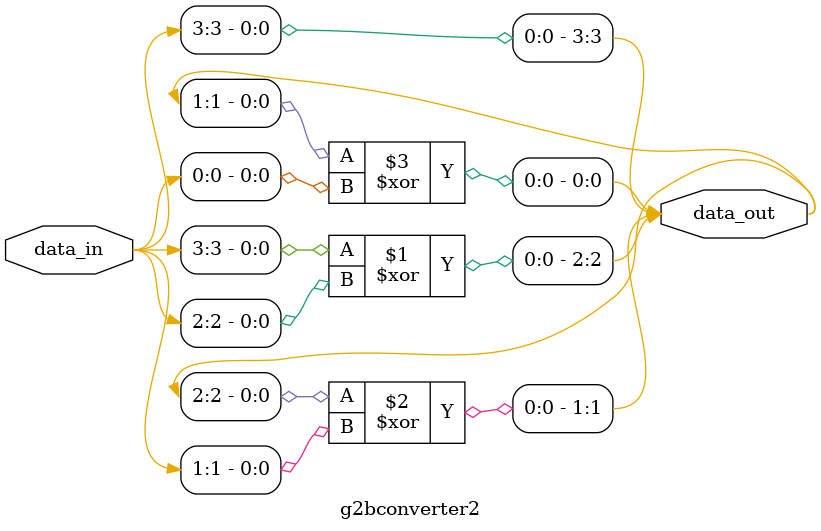
<source format=v>
module g2bconverter2 #(parameter width =4) (output wire [width-1:0]data_out, input wire [width-1:0] data_in);

    genvar i;
    assign data_out[width-1] = data_in[width-1];
    generate for(i=width-2;i>=0;i=i-1) begin
        assign data_out[i] = data_out[i+1] ^ data_in[i];
        end
    endgenerate

endmodule

</source>
